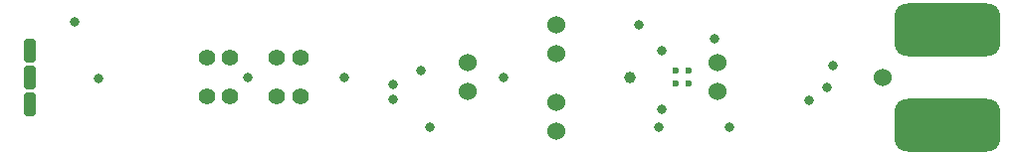
<source format=gbr>
%FSTAX23Y23*%
%MOMM*%
%SFA1B1*%

%IPPOS*%
%AMD32*
4,1,8,-0.500380,0.749300,-0.500380,-0.749300,-0.248920,-1.000760,0.248920,-1.000760,0.500380,-0.749300,0.500380,0.749300,0.248920,1.000760,-0.248920,1.000760,-0.500380,0.749300,0.0*
1,1,0.500000,-0.248920,0.749300*
1,1,0.500000,-0.248920,-0.749300*
1,1,0.500000,0.248920,-0.749300*
1,1,0.500000,0.248920,0.749300*
%
%AMD33*
4,1,8,3.375660,2.250440,-3.375660,2.250440,-4.500880,1.125220,-4.500880,-1.125220,-3.375660,-2.250440,3.375660,-2.250440,4.500880,-1.125220,4.500880,1.125220,3.375660,2.250440,0.0*
1,1,2.250000,3.375660,1.125220*
1,1,2.250000,-3.375660,1.125220*
1,1,2.250000,-3.375660,-1.125220*
1,1,2.250000,3.375660,-1.125220*
%
%ADD31C,1.399997*%
G04~CAMADD=32~8~0.0~0.0~787.4~393.7~98.4~0.0~15~0.0~0.0~0.0~0.0~0~0.0~0.0~0.0~0.0~0~0.0~0.0~0.0~90.0~394.0~788.0*
%ADD32D32*%
G04~CAMADD=33~8~0.0~0.0~3543.3~1771.7~442.9~0.0~15~0.0~0.0~0.0~0.0~0~0.0~0.0~0.0~0.0~0~0.0~0.0~0.0~0.0~3543.3~1771.7*
%ADD33D33*%
%ADD34C,1.523997*%
%ADD35C,0.599999*%
%ADD36C,0.799998*%
%ADD37C,0.999998*%
%LNmicamp_soldermask_bot-1*%
%LPD*%
G54D31*
X23999Y09649D03*
X21999D03*
X17999D03*
X15999D03*
Y0635D03*
X17999D03*
X21999D03*
X23999D03*
G54D32*
X00999Y05699D03*
Y07999D03*
Y10299D03*
G54D33*
X78999Y03939D03*
Y12059D03*
G54D34*
X73499Y07999D03*
X38249Y06749D03*
Y09249D03*
X45749Y12499D03*
Y09999D03*
Y05899D03*
Y03399D03*
X59499Y09249D03*
Y06749D03*
G54D35*
X55949Y07449D03*
Y08549D03*
X57049Y07449D03*
Y08549D03*
G54D36*
X68749Y07099D03*
X69249Y08999D03*
X67249Y05999D03*
X35024Y03774D03*
X04749Y12749D03*
X60499Y03749D03*
X34249Y08549D03*
X41249Y07999D03*
X27749D03*
X59249Y11249D03*
X54749Y10224D03*
Y05249D03*
X52774Y12474D03*
X54499Y03749D03*
X06799Y07874D03*
X19499Y07999D03*
X31884Y07364D03*
Y06094D03*
G54D37*
X51999Y07999D03*
M02*
</source>
